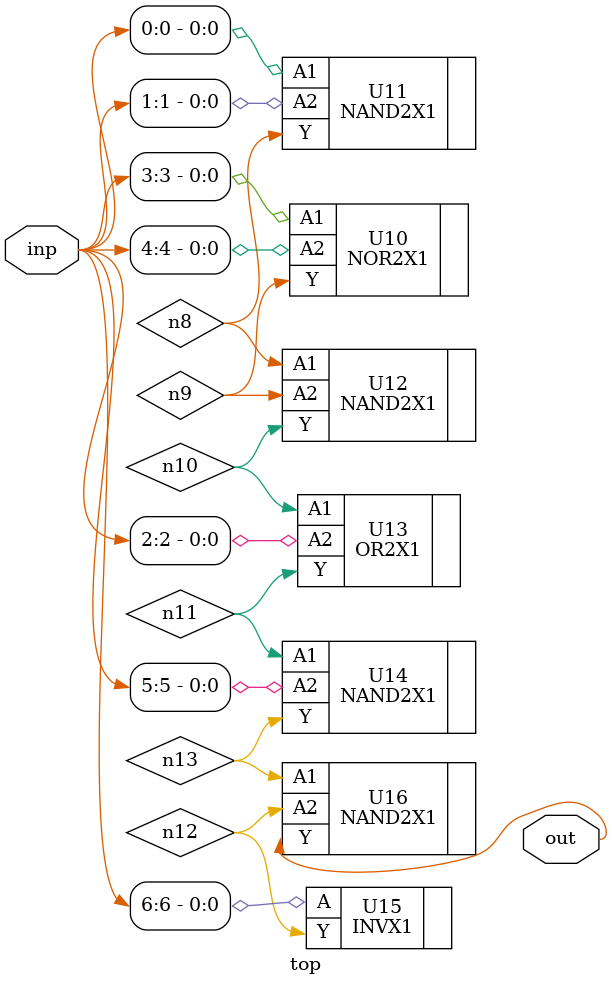
<source format=sv>


module top ( inp, out );
  input [6:0] inp;
  output out;
  wire   n8, n9, n10, n11, n12, n13;

  NOR2X1 U10 ( .A1(inp[3]), .A2(inp[4]), .Y(n9) );
  NAND2X1 U11 ( .A1(inp[0]), .A2(inp[1]), .Y(n8) );
  NAND2X1 U12 ( .A1(n8), .A2(n9), .Y(n10) );
  OR2X1 U13 ( .A1(n10), .A2(inp[2]), .Y(n11) );
  NAND2X1 U14 ( .A1(n11), .A2(inp[5]), .Y(n13) );
  INVX1 U15 ( .A(inp[6]), .Y(n12) );
  NAND2X1 U16 ( .A1(n13), .A2(n12), .Y(out) );
endmodule


</source>
